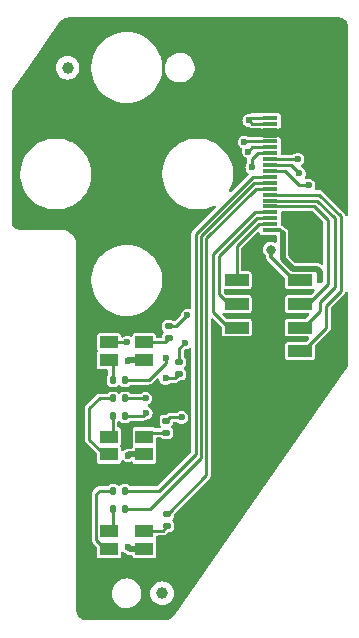
<source format=gbl>
%TF.GenerationSoftware,KiCad,Pcbnew,7.99.0-1.20230926git54171ec.fc37*%
%TF.CreationDate,2023-10-10T17:53:11+01:00*%
%TF.ProjectId,bugg-led-r5,62756767-2d6c-4656-942d-72352e6b6963,rev?*%
%TF.SameCoordinates,Original*%
%TF.FileFunction,Copper,L2,Bot*%
%TF.FilePolarity,Positive*%
%FSLAX46Y46*%
G04 Gerber Fmt 4.6, Leading zero omitted, Abs format (unit mm)*
G04 Created by KiCad (PCBNEW 7.99.0-1.20230926git54171ec.fc37) date 2023-10-10 17:53:11*
%MOMM*%
%LPD*%
G01*
G04 APERTURE LIST*
G04 Aperture macros list*
%AMRoundRect*
0 Rectangle with rounded corners*
0 $1 Rounding radius*
0 $2 $3 $4 $5 $6 $7 $8 $9 X,Y pos of 4 corners*
0 Add a 4 corners polygon primitive as box body*
4,1,4,$2,$3,$4,$5,$6,$7,$8,$9,$2,$3,0*
0 Add four circle primitives for the rounded corners*
1,1,$1+$1,$2,$3*
1,1,$1+$1,$4,$5*
1,1,$1+$1,$6,$7*
1,1,$1+$1,$8,$9*
0 Add four rect primitives between the rounded corners*
20,1,$1+$1,$2,$3,$4,$5,0*
20,1,$1+$1,$4,$5,$6,$7,0*
20,1,$1+$1,$6,$7,$8,$9,0*
20,1,$1+$1,$8,$9,$2,$3,0*%
G04 Aperture macros list end*
%TA.AperFunction,SMDPad,CuDef*%
%ADD10RoundRect,0.135000X0.135000X0.185000X-0.135000X0.185000X-0.135000X-0.185000X0.135000X-0.185000X0*%
%TD*%
%TA.AperFunction,SMDPad,CuDef*%
%ADD11C,1.000000*%
%TD*%
%TA.AperFunction,SMDPad,CuDef*%
%ADD12RoundRect,0.135000X-0.185000X0.135000X-0.185000X-0.135000X0.185000X-0.135000X0.185000X0.135000X0*%
%TD*%
%TA.AperFunction,SMDPad,CuDef*%
%ADD13R,1.500000X1.100000*%
%TD*%
%TA.AperFunction,SMDPad,CuDef*%
%ADD14R,2.000000X1.000000*%
%TD*%
%TA.AperFunction,SMDPad,CuDef*%
%ADD15R,1.300000X0.300000*%
%TD*%
%TA.AperFunction,SMDPad,CuDef*%
%ADD16R,2.200000X1.800000*%
%TD*%
%TA.AperFunction,ViaPad*%
%ADD17C,0.800000*%
%TD*%
%TA.AperFunction,ViaPad*%
%ADD18C,0.600000*%
%TD*%
%TA.AperFunction,Conductor*%
%ADD19C,0.300000*%
%TD*%
%TA.AperFunction,Conductor*%
%ADD20C,0.250000*%
%TD*%
%TA.AperFunction,Conductor*%
%ADD21C,0.500000*%
%TD*%
G04 APERTURE END LIST*
D10*
%TO.P,R206,1*%
%TO.N,/LED3_G*%
X-140000Y-28400000D03*
%TO.P,R206,2*%
%TO.N,Net-(LED203-GK)*%
X-1160000Y-28400000D03*
%TD*%
D11*
%TO.P,FID1,*%
%TO.N,*%
X-5000000Y9000000D03*
%TD*%
%TO.P,FID2,*%
%TO.N,*%
X3000000Y-35500000D03*
%TD*%
D12*
%TO.P,R203,1*%
%TO.N,/LED3_B*%
X3450000Y-28790000D03*
%TO.P,R203,2*%
%TO.N,Net-(LED203-BK)*%
X3450000Y-29810000D03*
%TD*%
D10*
%TO.P,R209,1*%
%TO.N,/LED3_R*%
X-140000Y-26800000D03*
%TO.P,R209,2*%
%TO.N,Net-(LED203-RK)*%
X-1160000Y-26800000D03*
%TD*%
D13*
%TO.P,LED203,1,RK*%
%TO.N,Net-(LED203-RK)*%
X-1500000Y-31750000D03*
%TO.P,LED203,2,A*%
%TO.N,+5V*%
X1500000Y-31750000D03*
%TO.P,LED203,3,BK*%
%TO.N,Net-(LED203-BK)*%
X1500000Y-30250000D03*
%TO.P,LED203,4,GK*%
%TO.N,Net-(LED203-GK)*%
X-1500000Y-30250000D03*
%TD*%
D14*
%TO.P,J201,1,Pin_1*%
%TO.N,/SHDNZ*%
X9325000Y-9000000D03*
%TO.P,J201,2,Pin_2*%
%TO.N,+3V3*%
X14675000Y-9000000D03*
%TO.P,J201,3,Pin_3*%
%TO.N,/SCL*%
X9325000Y-11000000D03*
%TO.P,J201,4,Pin_4*%
%TO.N,/FSYNC*%
X14675000Y-11000000D03*
%TO.P,J201,5,Pin_5*%
%TO.N,/SDA*%
X9325000Y-13000000D03*
%TO.P,J201,6,Pin_6*%
%TO.N,/BCLK*%
X14675000Y-13000000D03*
%TO.P,J201,7,Pin_7*%
%TO.N,GND*%
X9325000Y-15000000D03*
%TO.P,J201,8,Pin_8*%
%TO.N,/SDOUT*%
X14675000Y-15000000D03*
%TD*%
D12*
%TO.P,R201,1*%
%TO.N,/LED1_B*%
X3550000Y-12890000D03*
%TO.P,R201,2*%
%TO.N,Net-(LED201-BK)*%
X3550000Y-13910000D03*
%TD*%
D13*
%TO.P,LED202,1,RK*%
%TO.N,Net-(LED202-RK)*%
X-1500000Y-23750000D03*
%TO.P,LED202,2,A*%
%TO.N,+5V*%
X1500000Y-23750000D03*
%TO.P,LED202,3,BK*%
%TO.N,Net-(LED202-BK)*%
X1500000Y-22250000D03*
%TO.P,LED202,4,GK*%
%TO.N,Net-(LED202-GK)*%
X-1500000Y-22250000D03*
%TD*%
D10*
%TO.P,R205,1*%
%TO.N,/LED2_G*%
X-140000Y-20500000D03*
%TO.P,R205,2*%
%TO.N,Net-(LED202-GK)*%
X-1160000Y-20500000D03*
%TD*%
D12*
%TO.P,R202,1*%
%TO.N,/LED2_B*%
X3350000Y-20890000D03*
%TO.P,R202,2*%
%TO.N,Net-(LED202-BK)*%
X3350000Y-21910000D03*
%TD*%
D13*
%TO.P,LED201,1,RK*%
%TO.N,Net-(LED201-RK)*%
X-1500000Y-15750000D03*
%TO.P,LED201,2,A*%
%TO.N,+5V*%
X1500000Y-15750000D03*
%TO.P,LED201,3,BK*%
%TO.N,Net-(LED201-BK)*%
X1500000Y-14250000D03*
%TO.P,LED201,4,GK*%
%TO.N,Net-(LED201-GK)*%
X-1500000Y-14250000D03*
%TD*%
D10*
%TO.P,R208,1*%
%TO.N,/LED2_R*%
X-140000Y-19000000D03*
%TO.P,R208,2*%
%TO.N,Net-(LED202-RK)*%
X-1160000Y-19000000D03*
%TD*%
D12*
%TO.P,R204,1*%
%TO.N,/LED1_G*%
X4450000Y-15940000D03*
%TO.P,R204,2*%
%TO.N,Net-(LED201-GK)*%
X4450000Y-16960000D03*
%TD*%
D10*
%TO.P,R207,1*%
%TO.N,/LED1_R*%
X-140000Y-17450000D03*
%TO.P,R207,2*%
%TO.N,Net-(LED201-RK)*%
X-1160000Y-17450000D03*
%TD*%
D15*
%TO.P,J202,1,Pin_1*%
%TO.N,+3V3*%
X12150000Y4750000D03*
%TO.P,J202,2,Pin_2*%
X12150000Y4250000D03*
%TO.P,J202,3,Pin_3*%
%TO.N,GND*%
X12150000Y3750000D03*
%TO.P,J202,4,Pin_4*%
X12150000Y3250000D03*
%TO.P,J202,5,Pin_5*%
%TO.N,/LED1_R*%
X12150000Y2750000D03*
%TO.P,J202,6,Pin_6*%
%TO.N,/LED1_G*%
X12150000Y2250000D03*
%TO.P,J202,7,Pin_7*%
%TO.N,/LED1_B*%
X12150000Y1750000D03*
%TO.P,J202,8,Pin_8*%
%TO.N,/LED2_R*%
X12150000Y1250000D03*
%TO.P,J202,9,Pin_9*%
%TO.N,/LED2_G*%
X12150000Y750000D03*
%TO.P,J202,10,Pin_10*%
%TO.N,/LED2_B*%
X12150000Y250000D03*
%TO.P,J202,11,Pin_11*%
%TO.N,/LED3_R*%
X12150000Y-250000D03*
%TO.P,J202,12,Pin_12*%
%TO.N,/LED3_G*%
X12150000Y-750000D03*
%TO.P,J202,13,Pin_13*%
%TO.N,/LED3_B*%
X12150000Y-1250000D03*
%TO.P,J202,14,Pin_14*%
%TO.N,/SDOUT*%
X12150000Y-1750000D03*
%TO.P,J202,15,Pin_15*%
%TO.N,/BCLK*%
X12150000Y-2250000D03*
%TO.P,J202,16,Pin_16*%
%TO.N,/FSYNC*%
X12150000Y-2750000D03*
%TO.P,J202,17,Pin_17*%
%TO.N,/SDA*%
X12150000Y-3250000D03*
%TO.P,J202,18,Pin_18*%
%TO.N,/SCL*%
X12150000Y-3750000D03*
%TO.P,J202,19,Pin_19*%
%TO.N,/SHDNZ*%
X12150000Y-4250000D03*
%TO.P,J202,20,Pin_20*%
%TO.N,+5V*%
X12150000Y-4750000D03*
D16*
%TO.P,J202,MP,MountPin*%
%TO.N,GND*%
X15400000Y6650000D03*
X15400000Y-6650000D03*
%TD*%
D17*
%TO.N,GND*%
X9525000Y3775000D03*
X4161979Y-6418135D03*
X3775000Y-23525000D03*
X16200000Y-5100000D03*
X17850000Y-14775000D03*
X8675000Y-23925000D03*
X16200000Y-4300000D03*
X13900000Y3525000D03*
X8925000Y-16175000D03*
D18*
%TO.N,+3V3*%
X10350000Y4550000D03*
D17*
X12200000Y-6400000D03*
D18*
%TO.N,Net-(LED201-GK)*%
X50000Y-14250000D03*
X3300000Y-17300000D03*
%TO.N,/LED1_B*%
X10600000Y550000D03*
X5125010Y-11974398D03*
%TO.N,/LED1_G*%
X4900000Y-14300000D03*
X10300000Y1900000D03*
%TO.N,/LED1_R*%
X9950000Y2700000D03*
X3300000Y-15600000D03*
%TO.N,/LED2_B*%
X15425010Y-950000D03*
X4650000Y-20600000D03*
%TO.N,/LED2_G*%
X14625010Y50000D03*
X1650000Y-20250000D03*
%TO.N,/LED2_R*%
X14500000Y1250000D03*
X1600000Y-19000000D03*
%TO.N,+5V*%
X100000Y-23850000D03*
X100000Y-15800000D03*
X100000Y-31600000D03*
X16400000Y-9000000D03*
%TD*%
D19*
%TO.N,+3V3*%
X14675000Y-9000000D02*
X14150000Y-9000000D01*
X12200000Y-7050000D02*
X12200000Y-6400000D01*
D20*
X10649999Y4250001D02*
X10350000Y4550000D01*
D19*
X14150000Y-9000000D02*
X12200000Y-7050000D01*
D20*
X12150000Y4750000D02*
X10550000Y4750000D01*
X11000000Y4250000D02*
X10649999Y4250001D01*
X10550000Y4750000D02*
X10350000Y4550000D01*
X12150000Y4250000D02*
X11000000Y4250000D01*
%TO.N,/SHDNZ*%
X11172820Y-4250000D02*
X12150000Y-4250000D01*
X9325000Y-9000000D02*
X9325000Y-6097820D01*
X9325000Y-6097820D02*
X11172820Y-4250000D01*
%TO.N,/SDOUT*%
X16300000Y-1750000D02*
X12150000Y-1750000D01*
X14934120Y-15000000D02*
X16900000Y-13034120D01*
X18150000Y-9900000D02*
X18150000Y-3600000D01*
X16900000Y-11150000D02*
X18150000Y-9900000D01*
X16900000Y-13034120D02*
X16900000Y-11150000D01*
X18150000Y-3600000D02*
X16300000Y-1750000D01*
X14675000Y-15000000D02*
X14934120Y-15000000D01*
%TO.N,/SCL*%
X7824990Y-6961420D02*
X11036410Y-3750000D01*
X7824990Y-10174990D02*
X7824990Y-6961420D01*
X9325000Y-11000000D02*
X8650000Y-11000000D01*
X8650000Y-11000000D02*
X7824990Y-10174990D01*
X11036410Y-3750000D02*
X12150000Y-3750000D01*
%TO.N,/BCLK*%
X16350000Y-11584120D02*
X16350000Y-10850000D01*
X14675000Y-13000000D02*
X14934120Y-13000000D01*
X16100000Y-2250000D02*
X12150000Y-2250000D01*
X17600000Y-9600000D02*
X17600000Y-3750000D01*
X14934120Y-13000000D02*
X16350000Y-11584120D01*
X16350000Y-10850000D02*
X17600000Y-9600000D01*
X17600000Y-3750000D02*
X16100000Y-2250000D01*
%TO.N,/SDA*%
X10900000Y-3250000D02*
X12150000Y-3250000D01*
X7350022Y-11700022D02*
X7350022Y-6799978D01*
X8650000Y-13000000D02*
X7350022Y-11700022D01*
X7350022Y-6799978D02*
X10900000Y-3250000D01*
X9325000Y-13000000D02*
X8650000Y-13000000D01*
%TO.N,/FSYNC*%
X15862500Y-2750000D02*
X12150000Y-2750000D01*
X15350000Y-11000000D02*
X17025001Y-9324999D01*
X17025001Y-3912501D02*
X15862500Y-2750000D01*
X14675000Y-11000000D02*
X15350000Y-11000000D01*
X17025001Y-9324999D02*
X17025001Y-3912501D01*
%TO.N,Net-(LED201-RK)*%
X-1160000Y-17450000D02*
X-1200000Y-17410000D01*
X-1200000Y-17410000D02*
X-1200000Y-16050000D01*
X-1200000Y-16050000D02*
X-1500000Y-15750000D01*
%TO.N,Net-(LED201-BK)*%
X1500000Y-14250000D02*
X3210000Y-14250000D01*
X3210000Y-14250000D02*
X3550000Y-13910000D01*
%TO.N,Net-(LED201-GK)*%
X-1500000Y-14250000D02*
X50000Y-14250000D01*
X3300000Y-17300000D02*
X4110000Y-17300000D01*
X4110000Y-17300000D02*
X4450000Y-16960000D01*
%TO.N,Net-(LED202-RK)*%
X-1160000Y-19000000D02*
X-2300000Y-19000000D01*
X-3150000Y-22485002D02*
X-1885002Y-23750000D01*
X-1885002Y-23750000D02*
X-1500000Y-23750000D01*
X-3150000Y-19850000D02*
X-3150000Y-22485002D01*
X-2300000Y-19000000D02*
X-3150000Y-19850000D01*
%TO.N,Net-(LED202-BK)*%
X3350000Y-21910000D02*
X1840000Y-21910000D01*
X1840000Y-21910000D02*
X1500000Y-22250000D01*
%TO.N,Net-(LED202-GK)*%
X-1200000Y-20540000D02*
X-1200000Y-21950000D01*
X-1160000Y-20500000D02*
X-1200000Y-20540000D01*
X-1200000Y-21950000D02*
X-1500000Y-22250000D01*
%TO.N,Net-(LED203-RK)*%
X-1500000Y-31750000D02*
X-1800000Y-31750000D01*
X-2575001Y-30974999D02*
X-2575001Y-27075001D01*
X-2300000Y-26800000D02*
X-1160000Y-26800000D01*
X-1800000Y-31750000D02*
X-2575001Y-30974999D01*
X-2575001Y-27075001D02*
X-2300000Y-26800000D01*
%TO.N,Net-(LED203-BK)*%
X3450000Y-29810000D02*
X3035000Y-30225000D01*
X1525000Y-30225000D02*
X1500000Y-30250000D01*
X3035000Y-30225000D02*
X1525000Y-30225000D01*
%TO.N,Net-(LED203-GK)*%
X-1160000Y-28400000D02*
X-1160000Y-29910000D01*
X-1160000Y-29910000D02*
X-1500000Y-30250000D01*
%TO.N,/LED1_B*%
X10600000Y1250000D02*
X11100000Y1750000D01*
X10600000Y550000D02*
X10600000Y1250000D01*
X4209408Y-12890000D02*
X5125010Y-11974398D01*
X11100000Y1750000D02*
X12150000Y1750000D01*
X3550000Y-12890000D02*
X4209408Y-12890000D01*
%TO.N,/LED1_G*%
X4450000Y-14750000D02*
X4900000Y-14300000D01*
X4450000Y-15940000D02*
X4450000Y-14750000D01*
X10300000Y1900000D02*
X10650000Y2250000D01*
X10650000Y2250000D02*
X12150000Y2250000D01*
%TO.N,/LED1_R*%
X3300000Y-16024264D02*
X3300000Y-15600000D01*
X10000000Y2750000D02*
X12150000Y2750000D01*
X-140000Y-17450000D02*
X1874264Y-17450000D01*
X1874264Y-17450000D02*
X3300000Y-16024264D01*
X9950000Y2700000D02*
X10000000Y2750000D01*
%TO.N,/LED2_B*%
X12150000Y250000D02*
X13424998Y250000D01*
X3350000Y-20890000D02*
X3640000Y-20600000D01*
X14624998Y-950000D02*
X15425010Y-950000D01*
X3640000Y-20600000D02*
X4650000Y-20600000D01*
X13424998Y250000D02*
X14624998Y-950000D01*
%TO.N,/LED3_B*%
X10950000Y-1250000D02*
X12150000Y-1250000D01*
X6750000Y-5450000D02*
X10950000Y-1250000D01*
X3485000Y-28790000D02*
X6750000Y-25525000D01*
X6750000Y-25525000D02*
X6750000Y-5450000D01*
X3450000Y-28790000D02*
X3485000Y-28790000D01*
%TO.N,/LED2_G*%
X12150000Y750000D02*
X13925010Y750000D01*
X-140000Y-20500000D02*
X1400000Y-20500000D01*
X1400000Y-20500000D02*
X1650000Y-20250000D01*
X13925010Y750000D02*
X14625010Y50000D01*
%TO.N,/LED3_G*%
X6299989Y-24050011D02*
X6299989Y-5263600D01*
X10813589Y-750000D02*
X12150000Y-750000D01*
X1950000Y-28400000D02*
X6299989Y-24050011D01*
X-140000Y-28400000D02*
X1950000Y-28400000D01*
X6299989Y-5263600D02*
X10813589Y-750000D01*
%TO.N,/LED2_R*%
X14500000Y1250000D02*
X12150000Y1250000D01*
X-140000Y-19000000D02*
X1600000Y-19000000D01*
%TO.N,/LED3_R*%
X10677178Y-250000D02*
X12150000Y-250000D01*
X5849978Y-23700022D02*
X5849978Y-5077200D01*
X5849978Y-5077200D02*
X10677178Y-250000D01*
X2750000Y-26800000D02*
X5849978Y-23700022D01*
X-140000Y-26800000D02*
X2750000Y-26800000D01*
D19*
%TO.N,+5V*%
X12950000Y-4750000D02*
X13200000Y-5000000D01*
D21*
X200000Y-23750000D02*
X100000Y-23850000D01*
X250000Y-31750000D02*
X100000Y-31600000D01*
D19*
X12150000Y-4750000D02*
X12950000Y-4750000D01*
D21*
X1500000Y-15750000D02*
X150000Y-15750000D01*
X1500000Y-31750000D02*
X250000Y-31750000D01*
X16120020Y-8050000D02*
X16400000Y-8329980D01*
X13200000Y-5000000D02*
X13200000Y-7170020D01*
X1500000Y-23750000D02*
X200000Y-23750000D01*
X16400000Y-8329980D02*
X16400000Y-9000000D01*
X13200000Y-7170020D02*
X14079980Y-8050000D01*
X14079980Y-8050000D02*
X16120020Y-8050000D01*
X150000Y-15750000D02*
X100000Y-15800000D01*
%TD*%
%TA.AperFunction,Conductor*%
%TO.N,GND*%
G36*
X17945275Y13249408D02*
G01*
X17955567Y13249425D01*
X17955568Y13249425D01*
X17957237Y13249427D01*
X17996637Y13249493D01*
X18002825Y13249199D01*
X18133659Y13236513D01*
X18157932Y13231719D01*
X18274838Y13196407D01*
X18297706Y13186962D01*
X18405451Y13129489D01*
X18426034Y13115756D01*
X18520474Y13038332D01*
X18537976Y13020842D01*
X18615463Y12926457D01*
X18629209Y12905885D01*
X18686759Y12798175D01*
X18696219Y12775314D01*
X18731611Y12658436D01*
X18736423Y12634164D01*
X18749198Y12503333D01*
X18749496Y12497145D01*
X18749445Y12445559D01*
X18749500Y12444928D01*
X18749500Y-3421265D01*
X18729498Y-3489386D01*
X18675842Y-3535879D01*
X18605568Y-3545983D01*
X18540988Y-3516489D01*
X18512686Y-3481234D01*
X18483944Y-3428122D01*
X18480592Y-3421265D01*
X18459826Y-3378789D01*
X18459824Y-3378787D01*
X18459824Y-3378786D01*
X18455248Y-3372377D01*
X18450422Y-3366177D01*
X18410029Y-3328992D01*
X16602296Y-1521258D01*
X16585909Y-1501080D01*
X16580083Y-1492163D01*
X16575946Y-1488943D01*
X16552111Y-1470392D01*
X16546268Y-1465230D01*
X16543518Y-1462480D01*
X16543516Y-1462478D01*
X16524504Y-1448905D01*
X16481189Y-1415191D01*
X16481186Y-1415190D01*
X16481184Y-1415188D01*
X16474277Y-1411450D01*
X16467200Y-1407990D01*
X16414596Y-1392329D01*
X16403384Y-1388480D01*
X16362660Y-1374500D01*
X16362659Y-1374500D01*
X16362656Y-1374499D01*
X16354914Y-1373207D01*
X16347087Y-1372231D01*
X16292244Y-1374500D01*
X16033606Y-1374500D01*
X15965485Y-1354498D01*
X15918992Y-1300842D01*
X15908888Y-1230568D01*
X15917197Y-1200283D01*
X15935983Y-1154926D01*
X15961340Y-1093709D01*
X15980260Y-950000D01*
X15961340Y-806291D01*
X15940849Y-756821D01*
X15905872Y-672375D01*
X15817631Y-557378D01*
X15702634Y-469137D01*
X15568719Y-413670D01*
X15425010Y-394750D01*
X15281302Y-413669D01*
X15249301Y-426924D01*
X15178711Y-434510D01*
X15115225Y-402729D01*
X15079000Y-341669D01*
X15081536Y-270718D01*
X15101125Y-233809D01*
X15105871Y-227625D01*
X15161340Y-93709D01*
X15180260Y50000D01*
X15161340Y193709D01*
X15126361Y278155D01*
X15105872Y327624D01*
X15017631Y442621D01*
X14902635Y530861D01*
X14821407Y564506D01*
X14766128Y609052D01*
X14743706Y676415D01*
X14761263Y745206D01*
X14792922Y780876D01*
X14892621Y857378D01*
X14980862Y972375D01*
X15031430Y1094462D01*
X15036330Y1106291D01*
X15055250Y1250000D01*
X15036330Y1393709D01*
X14991144Y1502800D01*
X14980862Y1527624D01*
X14892621Y1642621D01*
X14777624Y1730862D01*
X14716233Y1756290D01*
X14643709Y1786330D01*
X14500000Y1805250D01*
X14356291Y1786330D01*
X14306821Y1765839D01*
X14222375Y1730862D01*
X14118999Y1651538D01*
X14052779Y1625937D01*
X14042295Y1625500D01*
X13176500Y1625500D01*
X13108379Y1645502D01*
X13061886Y1699158D01*
X13050500Y1751500D01*
X13050500Y1924674D01*
X13040406Y1975417D01*
X13040406Y2024583D01*
X13044210Y2043707D01*
X13050500Y2075326D01*
X13050500Y2424674D01*
X13040406Y2475419D01*
X13040406Y2524583D01*
X13046713Y2556290D01*
X13050500Y2575326D01*
X13050500Y2924674D01*
X13035966Y2997740D01*
X12980601Y3080601D01*
X12897740Y3135966D01*
X12824674Y3150500D01*
X11475326Y3150500D01*
X11450200Y3145502D01*
X11402260Y3135966D01*
X11400150Y3135092D01*
X11351930Y3125500D01*
X10342544Y3125500D01*
X10274423Y3145502D01*
X10265840Y3151538D01*
X10227624Y3180862D01*
X10178155Y3201351D01*
X10093709Y3236330D01*
X9950000Y3255250D01*
X9806291Y3236330D01*
X9756821Y3215839D01*
X9672375Y3180862D01*
X9557378Y3092621D01*
X9469137Y2977624D01*
X9413670Y2843709D01*
X9394750Y2700000D01*
X9394750Y2699999D01*
X9413670Y2556290D01*
X9469137Y2422375D01*
X9557378Y2307378D01*
X9672374Y2219138D01*
X9695915Y2209388D01*
X9751196Y2164840D01*
X9773617Y2097476D01*
X9765376Y2051800D01*
X9765807Y2051685D01*
X9764426Y2046531D01*
X9764107Y2044763D01*
X9763669Y2043707D01*
X9744750Y1900000D01*
X9744750Y1899999D01*
X9763670Y1756290D01*
X9819137Y1622375D01*
X9907378Y1507378D01*
X10022376Y1419137D01*
X10146229Y1367837D01*
X10201511Y1323289D01*
X10223904Y1256640D01*
X10224500Y1242247D01*
X10224500Y1007704D01*
X10204498Y939583D01*
X10198472Y931013D01*
X10119139Y827625D01*
X10119136Y827621D01*
X10063670Y693709D01*
X10044750Y550000D01*
X10044750Y549999D01*
X10063670Y406290D01*
X10119137Y272375D01*
X10207376Y157381D01*
X10207379Y157379D01*
X10289251Y94555D01*
X10331116Y37221D01*
X10335338Y-33650D01*
X10301640Y-94499D01*
X8862015Y-1534124D01*
X8799703Y-1568150D01*
X8728888Y-1563085D01*
X8672052Y-1520538D01*
X8647241Y-1454018D01*
X8660321Y-1388483D01*
X8759777Y-1190451D01*
X8879319Y-862011D01*
X8959923Y-521914D01*
X8994321Y-227620D01*
X9000500Y-174761D01*
X9000500Y174761D01*
X8982632Y327625D01*
X8959923Y521914D01*
X8879319Y862011D01*
X8759777Y1190451D01*
X8602913Y1502793D01*
X8410849Y1794811D01*
X8186183Y2062558D01*
X7931953Y2302412D01*
X7651596Y2511130D01*
X7348904Y2685889D01*
X7027971Y2824326D01*
X6693136Y2924569D01*
X6348927Y2985262D01*
X6087305Y3000500D01*
X5912695Y3000500D01*
X5651073Y2985262D01*
X5306864Y2924569D01*
X4972029Y2824326D01*
X4715282Y2713576D01*
X4683807Y2699999D01*
X4651096Y2685889D01*
X4348404Y2511130D01*
X4068047Y2302412D01*
X3827351Y2075326D01*
X3813813Y2062554D01*
X3759428Y1997740D01*
X3597911Y1805250D01*
X3589147Y1794806D01*
X3397091Y1502800D01*
X3397089Y1502796D01*
X3397087Y1502793D01*
X3240223Y1190451D01*
X3240221Y1190447D01*
X3240221Y1190446D01*
X3240219Y1190441D01*
X3120683Y862019D01*
X3120681Y862012D01*
X3120681Y862011D01*
X3101452Y780876D01*
X3040078Y521919D01*
X3040076Y521909D01*
X2999500Y174761D01*
X2999500Y-174761D01*
X3040076Y-521909D01*
X3040078Y-521919D01*
X3120681Y-862010D01*
X3120683Y-862019D01*
X3228923Y-1159405D01*
X3240223Y-1190451D01*
X3391749Y-1492164D01*
X3397091Y-1502800D01*
X3589147Y-1794806D01*
X3813813Y-2062554D01*
X3813816Y-2062556D01*
X3813817Y-2062558D01*
X4068047Y-2302412D01*
X4348404Y-2511130D01*
X4371702Y-2524581D01*
X4651093Y-2685887D01*
X4651098Y-2685890D01*
X4715282Y-2713576D01*
X4972029Y-2824326D01*
X5306864Y-2924569D01*
X5651073Y-2985262D01*
X5912695Y-3000500D01*
X5912701Y-3000500D01*
X6087299Y-3000500D01*
X6087305Y-3000500D01*
X6348927Y-2985262D01*
X6693136Y-2924569D01*
X7027971Y-2824326D01*
X7348904Y-2685889D01*
X7375020Y-2670810D01*
X7444010Y-2654073D01*
X7511103Y-2677292D01*
X7554991Y-2733098D01*
X7561742Y-2803773D01*
X7529211Y-2866878D01*
X7527113Y-2869025D01*
X5621233Y-4774905D01*
X5601058Y-4791290D01*
X5592144Y-4797114D01*
X5592143Y-4797115D01*
X5570381Y-4825072D01*
X5565222Y-4830916D01*
X5562459Y-4833679D01*
X5548882Y-4852696D01*
X5515168Y-4896010D01*
X5511426Y-4902926D01*
X5507967Y-4910001D01*
X5492307Y-4962603D01*
X5474477Y-5014541D01*
X5473187Y-5022273D01*
X5472209Y-5030115D01*
X5474478Y-5084955D01*
X5474478Y-11334723D01*
X5454476Y-11402844D01*
X5400820Y-11449337D01*
X5330546Y-11459441D01*
X5300263Y-11451133D01*
X5268719Y-11438068D01*
X5125010Y-11419148D01*
X4981300Y-11438068D01*
X4847385Y-11493535D01*
X4732388Y-11581776D01*
X4644147Y-11696773D01*
X4588680Y-11830688D01*
X4571671Y-11959876D01*
X4542948Y-12024803D01*
X4535844Y-12032523D01*
X4135868Y-12432499D01*
X4073556Y-12466525D01*
X4002741Y-12461460D01*
X3971667Y-12441489D01*
X3970597Y-12442989D01*
X3962101Y-12436923D01*
X3846519Y-12380418D01*
X3771583Y-12369500D01*
X3771582Y-12369500D01*
X3328418Y-12369500D01*
X3328416Y-12369500D01*
X3253481Y-12380418D01*
X3253479Y-12380418D01*
X3137898Y-12436923D01*
X3137896Y-12436924D01*
X3046924Y-12527896D01*
X3046923Y-12527898D01*
X2990418Y-12643479D01*
X2990418Y-12643481D01*
X2979500Y-12718416D01*
X2979500Y-13061583D01*
X2990418Y-13136518D01*
X2990418Y-13136520D01*
X3046923Y-13252101D01*
X3046924Y-13252103D01*
X3105726Y-13310905D01*
X3139752Y-13373217D01*
X3134687Y-13444032D01*
X3105726Y-13489095D01*
X3046924Y-13547896D01*
X3046923Y-13547898D01*
X2990418Y-13663479D01*
X2990418Y-13663481D01*
X2979500Y-13738416D01*
X2979500Y-13748500D01*
X2959498Y-13816621D01*
X2905842Y-13863114D01*
X2853500Y-13874500D01*
X2626500Y-13874500D01*
X2558379Y-13854498D01*
X2511886Y-13800842D01*
X2500500Y-13748500D01*
X2500500Y-13675325D01*
X2500499Y-13675322D01*
X2485966Y-13602260D01*
X2482945Y-13597739D01*
X2430601Y-13519399D01*
X2347740Y-13464034D01*
X2347739Y-13464033D01*
X2274677Y-13449500D01*
X2274674Y-13449500D01*
X725326Y-13449500D01*
X725322Y-13449500D01*
X652260Y-13464033D01*
X569399Y-13519399D01*
X514033Y-13602260D01*
X499128Y-13677191D01*
X466219Y-13740101D01*
X404523Y-13775231D01*
X333629Y-13771430D01*
X327332Y-13769017D01*
X193709Y-13713670D01*
X50000Y-13694750D01*
X-93709Y-13713670D01*
X-227621Y-13769136D01*
X-296796Y-13822216D01*
X-363017Y-13847816D01*
X-432565Y-13833551D01*
X-483361Y-13783950D01*
X-499500Y-13722253D01*
X-499500Y-13675322D01*
X-514033Y-13602260D01*
X-569399Y-13519399D01*
X-652260Y-13464033D01*
X-725322Y-13449500D01*
X-725326Y-13449500D01*
X-2274674Y-13449500D01*
X-2274677Y-13449500D01*
X-2347739Y-13464033D01*
X-2347740Y-13464034D01*
X-2430601Y-13519399D01*
X-2485966Y-13602260D01*
X-2500500Y-13675326D01*
X-2500500Y-14824674D01*
X-2485966Y-14897740D01*
X-2479487Y-14907436D01*
X-2464412Y-14929998D01*
X-2443197Y-14997751D01*
X-2461980Y-15066218D01*
X-2464405Y-15069991D01*
X-2485966Y-15102260D01*
X-2500500Y-15175326D01*
X-2500500Y-16324674D01*
X-2485966Y-16397740D01*
X-2430601Y-16480601D01*
X-2347740Y-16535966D01*
X-2274674Y-16550500D01*
X-1701500Y-16550500D01*
X-1633379Y-16570502D01*
X-1586886Y-16624158D01*
X-1575500Y-16676500D01*
X-1575500Y-16948131D01*
X-1595502Y-17016252D01*
X-1612405Y-17037226D01*
X-1613075Y-17037896D01*
X-1613076Y-17037898D01*
X-1658876Y-17131583D01*
X-1669582Y-17153482D01*
X-1680500Y-17228418D01*
X-1680500Y-17671582D01*
X-1669582Y-17746518D01*
X-1613076Y-17862102D01*
X-1522102Y-17953076D01*
X-1406518Y-18009582D01*
X-1331582Y-18020500D01*
X-1331576Y-18020500D01*
X-988424Y-18020500D01*
X-988418Y-18020500D01*
X-913482Y-18009582D01*
X-913480Y-18009581D01*
X-913479Y-18009581D01*
X-797898Y-17953076D01*
X-797896Y-17953075D01*
X-739095Y-17894274D01*
X-676783Y-17860248D01*
X-605968Y-17865313D01*
X-560905Y-17894274D01*
X-502103Y-17953075D01*
X-502102Y-17953076D01*
X-386518Y-18009582D01*
X-311582Y-18020500D01*
X-311576Y-18020500D01*
X31576Y-18020500D01*
X31582Y-18020500D01*
X106518Y-18009582D01*
X222102Y-17953076D01*
X222103Y-17953075D01*
X312774Y-17862405D01*
X375086Y-17828379D01*
X401869Y-17825500D01*
X1822253Y-17825500D01*
X1848111Y-17828181D01*
X1858532Y-17830367D01*
X1893700Y-17825983D01*
X1901490Y-17825500D01*
X1905371Y-17825500D01*
X1905378Y-17825500D01*
X1928404Y-17821657D01*
X1982890Y-17814866D01*
X1982891Y-17814865D01*
X1982894Y-17814865D01*
X1990400Y-17812630D01*
X1997868Y-17810065D01*
X1997874Y-17810065D01*
X2046141Y-17783944D01*
X2095475Y-17759826D01*
X2095478Y-17759823D01*
X2101867Y-17755261D01*
X2108083Y-17750422D01*
X2108090Y-17750419D01*
X2145272Y-17710028D01*
X2542045Y-17313254D01*
X2604354Y-17279232D01*
X2675169Y-17284296D01*
X2732005Y-17326843D01*
X2756059Y-17385904D01*
X2763670Y-17443709D01*
X2819137Y-17577624D01*
X2907378Y-17692621D01*
X3022375Y-17780862D01*
X3106821Y-17815839D01*
X3156291Y-17836330D01*
X3300000Y-17855250D01*
X3443709Y-17836330D01*
X3528155Y-17801351D01*
X3577624Y-17780862D01*
X3681001Y-17701538D01*
X3747221Y-17675937D01*
X3757705Y-17675500D01*
X4057989Y-17675500D01*
X4083847Y-17678181D01*
X4094268Y-17680367D01*
X4129436Y-17675983D01*
X4137226Y-17675500D01*
X4141107Y-17675500D01*
X4141114Y-17675500D01*
X4164140Y-17671657D01*
X4218626Y-17664866D01*
X4218627Y-17664865D01*
X4218630Y-17664865D01*
X4226136Y-17662630D01*
X4233604Y-17660065D01*
X4233610Y-17660065D01*
X4281877Y-17633944D01*
X4331211Y-17609826D01*
X4331214Y-17609823D01*
X4337603Y-17605261D01*
X4343822Y-17600420D01*
X4343826Y-17600419D01*
X4381008Y-17560028D01*
X4423634Y-17517403D01*
X4485946Y-17483379D01*
X4512728Y-17480500D01*
X4671576Y-17480500D01*
X4671582Y-17480500D01*
X4746518Y-17469582D01*
X4862102Y-17413076D01*
X4953076Y-17322102D01*
X5009582Y-17206518D01*
X5020500Y-17131582D01*
X5020500Y-16788418D01*
X5009582Y-16713482D01*
X4991502Y-16676500D01*
X4953076Y-16597898D01*
X4953075Y-16597896D01*
X4894274Y-16539095D01*
X4860248Y-16476783D01*
X4865313Y-16405968D01*
X4894274Y-16360905D01*
X4953075Y-16302103D01*
X4953076Y-16302102D01*
X5009582Y-16186518D01*
X5020500Y-16111582D01*
X5020500Y-15768418D01*
X5009582Y-15693482D01*
X5003284Y-15680600D01*
X4953076Y-15577898D01*
X4953075Y-15577896D01*
X4862405Y-15487226D01*
X4828379Y-15424914D01*
X4825500Y-15398131D01*
X4825500Y-14975557D01*
X4845502Y-14907436D01*
X4899158Y-14860943D01*
X4935052Y-14850635D01*
X5043709Y-14836330D01*
X5128155Y-14801351D01*
X5177624Y-14780862D01*
X5271774Y-14708618D01*
X5337994Y-14683017D01*
X5407543Y-14697282D01*
X5458339Y-14746883D01*
X5474478Y-14808580D01*
X5474478Y-23492294D01*
X5454476Y-23560415D01*
X5437573Y-23581389D01*
X2631367Y-26387595D01*
X2569055Y-26421621D01*
X2542272Y-26424500D01*
X401869Y-26424500D01*
X333748Y-26404498D01*
X312774Y-26387595D01*
X222103Y-26296924D01*
X222101Y-26296923D01*
X106519Y-26240418D01*
X31583Y-26229500D01*
X31582Y-26229500D01*
X-311582Y-26229500D01*
X-311583Y-26229500D01*
X-386518Y-26240418D01*
X-386520Y-26240418D01*
X-502101Y-26296923D01*
X-502103Y-26296924D01*
X-560905Y-26355726D01*
X-623217Y-26389752D01*
X-694032Y-26384687D01*
X-739095Y-26355726D01*
X-797896Y-26296924D01*
X-797898Y-26296923D01*
X-913480Y-26240418D01*
X-988416Y-26229500D01*
X-988418Y-26229500D01*
X-1331582Y-26229500D01*
X-1331583Y-26229500D01*
X-1406518Y-26240418D01*
X-1406520Y-26240418D01*
X-1522101Y-26296923D01*
X-1522103Y-26296924D01*
X-1612774Y-26387595D01*
X-1675086Y-26421621D01*
X-1701869Y-26424500D01*
X-2247989Y-26424500D01*
X-2273848Y-26421818D01*
X-2284269Y-26419632D01*
X-2306792Y-26422440D01*
X-2319436Y-26424016D01*
X-2327226Y-26424500D01*
X-2331114Y-26424500D01*
X-2354140Y-26428342D01*
X-2408620Y-26435132D01*
X-2416180Y-26437383D01*
X-2423608Y-26439933D01*
X-2471877Y-26466055D01*
X-2521212Y-26490174D01*
X-2527627Y-26494755D01*
X-2533822Y-26499576D01*
X-2571006Y-26539969D01*
X-2803744Y-26772706D01*
X-2823922Y-26789092D01*
X-2832837Y-26794916D01*
X-2854601Y-26822879D01*
X-2859764Y-26828726D01*
X-2862521Y-26831483D01*
X-2876095Y-26850496D01*
X-2909810Y-26893812D01*
X-2909811Y-26893816D01*
X-2913560Y-26900743D01*
X-2917008Y-26907796D01*
X-2917008Y-26907799D01*
X-2917011Y-26907802D01*
X-2932671Y-26960404D01*
X-2950501Y-27012341D01*
X-2950501Y-27012343D01*
X-2951791Y-27020070D01*
X-2952769Y-27027916D01*
X-2950501Y-27082756D01*
X-2950501Y-30922988D01*
X-2953183Y-30948845D01*
X-2955368Y-30959267D01*
X-2950984Y-30994435D01*
X-2950501Y-31002224D01*
X-2950501Y-31006113D01*
X-2946658Y-31029139D01*
X-2939867Y-31083625D01*
X-2939866Y-31083626D01*
X-2939866Y-31083629D01*
X-2937631Y-31091135D01*
X-2935066Y-31098603D01*
X-2935066Y-31098609D01*
X-2908945Y-31146876D01*
X-2884827Y-31196210D01*
X-2884824Y-31196212D01*
X-2884824Y-31196213D01*
X-2880262Y-31202602D01*
X-2875423Y-31208818D01*
X-2875420Y-31208825D01*
X-2835030Y-31246006D01*
X-2537402Y-31543633D01*
X-2503379Y-31605944D01*
X-2500500Y-31632727D01*
X-2500500Y-32324674D01*
X-2485966Y-32397740D01*
X-2430601Y-32480601D01*
X-2347740Y-32535966D01*
X-2274674Y-32550500D01*
X-725326Y-32550500D01*
X-652260Y-32535966D01*
X-569399Y-32480601D01*
X-514034Y-32397740D01*
X-514033Y-32397739D01*
X-499500Y-32324677D01*
X-499500Y-32089379D01*
X-479498Y-32021258D01*
X-425842Y-31974765D01*
X-355568Y-31964661D01*
X-296795Y-31989417D01*
X-292623Y-31992618D01*
X-292621Y-31992621D01*
X-177625Y-32080861D01*
X-113684Y-32107344D01*
X-82337Y-32126708D01*
X-82198Y-32126522D01*
X-80113Y-32128082D01*
X-79392Y-32128528D01*
X-78605Y-32129208D01*
X-78593Y-32129221D01*
X-66045Y-32138613D01*
X-62547Y-32141432D01*
X-23373Y-32175377D01*
X-19183Y-32177289D01*
X3982Y-32191036D01*
X7669Y-32193796D01*
X56256Y-32211917D01*
X60376Y-32213624D01*
X107543Y-32235165D01*
X112107Y-32235821D01*
X138202Y-32242481D01*
X142517Y-32244091D01*
X194228Y-32247789D01*
X198657Y-32248264D01*
X214201Y-32250500D01*
X229870Y-32250500D01*
X234366Y-32250661D01*
X250547Y-32251817D01*
X286073Y-32254359D01*
X290573Y-32253379D01*
X317358Y-32250500D01*
X381340Y-32250500D01*
X449461Y-32270502D01*
X495954Y-32324158D01*
X504919Y-32351918D01*
X514033Y-32397739D01*
X514034Y-32397740D01*
X569399Y-32480601D01*
X652260Y-32535966D01*
X725326Y-32550500D01*
X2274674Y-32550500D01*
X2347740Y-32535966D01*
X2430601Y-32480601D01*
X2485966Y-32397740D01*
X2500500Y-32324674D01*
X2500500Y-31175326D01*
X2485966Y-31102260D01*
X2464411Y-31070000D01*
X2443197Y-31002249D01*
X2461980Y-30933782D01*
X2464412Y-30929998D01*
X2469096Y-30922988D01*
X2485966Y-30897740D01*
X2500500Y-30824674D01*
X2500500Y-30726500D01*
X2520502Y-30658379D01*
X2574158Y-30611886D01*
X2626500Y-30600500D01*
X2982989Y-30600500D01*
X3008847Y-30603181D01*
X3019268Y-30605367D01*
X3054436Y-30600983D01*
X3062226Y-30600500D01*
X3066107Y-30600500D01*
X3066114Y-30600500D01*
X3089140Y-30596657D01*
X3143626Y-30589866D01*
X3143627Y-30589865D01*
X3143630Y-30589865D01*
X3151136Y-30587630D01*
X3158604Y-30585065D01*
X3158610Y-30585065D01*
X3206877Y-30558944D01*
X3256211Y-30534826D01*
X3256214Y-30534823D01*
X3262603Y-30530261D01*
X3268822Y-30525420D01*
X3268826Y-30525419D01*
X3306008Y-30485028D01*
X3423633Y-30367404D01*
X3485945Y-30333379D01*
X3512728Y-30330500D01*
X3671576Y-30330500D01*
X3671582Y-30330500D01*
X3746518Y-30319582D01*
X3862102Y-30263076D01*
X3953076Y-30172102D01*
X4009582Y-30056518D01*
X4020500Y-29981582D01*
X4020500Y-29638418D01*
X4009582Y-29563482D01*
X3960964Y-29464034D01*
X3953076Y-29447898D01*
X3953075Y-29447896D01*
X3894274Y-29389095D01*
X3860248Y-29326783D01*
X3865313Y-29255968D01*
X3894274Y-29210905D01*
X3953075Y-29152103D01*
X3953076Y-29152102D01*
X4009582Y-29036518D01*
X4020500Y-28961582D01*
X4020500Y-28837726D01*
X4040502Y-28769605D01*
X4057400Y-28748636D01*
X6978742Y-25827293D01*
X6998918Y-25810909D01*
X7007836Y-25805084D01*
X7029606Y-25777111D01*
X7034771Y-25771264D01*
X7037519Y-25768518D01*
X7051085Y-25749516D01*
X7084809Y-25706189D01*
X7084809Y-25706186D01*
X7088553Y-25699269D01*
X7092009Y-25692201D01*
X7107671Y-25639595D01*
X7125500Y-25587659D01*
X7126792Y-25579915D01*
X7127768Y-25572088D01*
X7125500Y-25517244D01*
X7125500Y-12310727D01*
X7145502Y-12242606D01*
X7199158Y-12196113D01*
X7269432Y-12186009D01*
X7334012Y-12215503D01*
X7340595Y-12221632D01*
X8037595Y-12918632D01*
X8071621Y-12980944D01*
X8074500Y-13007727D01*
X8074500Y-13524677D01*
X8089033Y-13597739D01*
X8089034Y-13597740D01*
X8144399Y-13680601D01*
X8227260Y-13735966D01*
X8300326Y-13750500D01*
X10349674Y-13750500D01*
X10422740Y-13735966D01*
X10505601Y-13680601D01*
X10560966Y-13597740D01*
X10575500Y-13524674D01*
X10575500Y-12475326D01*
X10560966Y-12402260D01*
X10505601Y-12319399D01*
X10422740Y-12264034D01*
X10422739Y-12264033D01*
X10349677Y-12249500D01*
X10349674Y-12249500D01*
X8482728Y-12249500D01*
X8414607Y-12229498D01*
X8393632Y-12212595D01*
X8133674Y-11952636D01*
X8099649Y-11890324D01*
X8104714Y-11819508D01*
X8147261Y-11762673D01*
X8213782Y-11737862D01*
X8247354Y-11739963D01*
X8300317Y-11750499D01*
X8300326Y-11750500D01*
X10349674Y-11750500D01*
X10422740Y-11735966D01*
X10505601Y-11680601D01*
X10560966Y-11597740D01*
X10575500Y-11524674D01*
X10575500Y-10475326D01*
X10560966Y-10402260D01*
X10505601Y-10319399D01*
X10422740Y-10264034D01*
X10422739Y-10264033D01*
X10349677Y-10249500D01*
X10349674Y-10249500D01*
X8482728Y-10249500D01*
X8414607Y-10229498D01*
X8393633Y-10212595D01*
X8237395Y-10056357D01*
X8203369Y-9994045D01*
X8200490Y-9967262D01*
X8200490Y-9876500D01*
X8220492Y-9808379D01*
X8274148Y-9761886D01*
X8326490Y-9750500D01*
X10349674Y-9750500D01*
X10422740Y-9735966D01*
X10505601Y-9680601D01*
X10560966Y-9597740D01*
X10575500Y-9524674D01*
X10575500Y-8475326D01*
X10560966Y-8402260D01*
X10505601Y-8319399D01*
X10422740Y-8264034D01*
X10422739Y-8264033D01*
X10349677Y-8249500D01*
X10349674Y-8249500D01*
X9826500Y-8249500D01*
X9758379Y-8229498D01*
X9711886Y-8175842D01*
X9700500Y-8123500D01*
X9700500Y-6305547D01*
X9720502Y-6237426D01*
X9737405Y-6216452D01*
X10385225Y-5568632D01*
X11046263Y-4907593D01*
X11108573Y-4873570D01*
X11179388Y-4878634D01*
X11236224Y-4921181D01*
X11258935Y-4972107D01*
X11264034Y-4997740D01*
X11319399Y-5080601D01*
X11402260Y-5135966D01*
X11475326Y-5150500D01*
X12118481Y-5150500D01*
X12573500Y-5150500D01*
X12641621Y-5170502D01*
X12688114Y-5224158D01*
X12699500Y-5276500D01*
X12699500Y-5719078D01*
X12679498Y-5787199D01*
X12625842Y-5833692D01*
X12555568Y-5843796D01*
X12514945Y-5830645D01*
X12432369Y-5787306D01*
X12432361Y-5787302D01*
X12278987Y-5749500D01*
X12278985Y-5749500D01*
X12121015Y-5749500D01*
X12121012Y-5749500D01*
X11967638Y-5787302D01*
X11967634Y-5787304D01*
X11827759Y-5860717D01*
X11709518Y-5965468D01*
X11709516Y-5965470D01*
X11619783Y-6095470D01*
X11619782Y-6095473D01*
X11563761Y-6243184D01*
X11544722Y-6399996D01*
X11544722Y-6400003D01*
X11563761Y-6556815D01*
X11573708Y-6583042D01*
X11619780Y-6704523D01*
X11619781Y-6704525D01*
X11619782Y-6704526D01*
X11619783Y-6704529D01*
X11709516Y-6834529D01*
X11709517Y-6834530D01*
X11757053Y-6876642D01*
X11794778Y-6936785D01*
X11799500Y-6970955D01*
X11799500Y-7113434D01*
X11806298Y-7134358D01*
X11810912Y-7153577D01*
X11814353Y-7175300D01*
X11814355Y-7175306D01*
X11824341Y-7194906D01*
X11831906Y-7213169D01*
X11838703Y-7234089D01*
X11838704Y-7234091D01*
X11851631Y-7251883D01*
X11861960Y-7268738D01*
X11871948Y-7288340D01*
X11871949Y-7288341D01*
X11871950Y-7288342D01*
X11892942Y-7309334D01*
X11892955Y-7309348D01*
X11894515Y-7310908D01*
X11894516Y-7310909D01*
X13387596Y-8803988D01*
X13421620Y-8866299D01*
X13424500Y-8893082D01*
X13424500Y-9524677D01*
X13439033Y-9597739D01*
X13439034Y-9597740D01*
X13494399Y-9680601D01*
X13577260Y-9735966D01*
X13650326Y-9750500D01*
X15699674Y-9750500D01*
X15699682Y-9750499D01*
X15752646Y-9739963D01*
X15823360Y-9746289D01*
X15879428Y-9789842D01*
X15903049Y-9856794D01*
X15886723Y-9925888D01*
X15866326Y-9952636D01*
X15606365Y-10212596D01*
X15544055Y-10246620D01*
X15517272Y-10249500D01*
X13650322Y-10249500D01*
X13577260Y-10264033D01*
X13494399Y-10319399D01*
X13439033Y-10402260D01*
X13424500Y-10475322D01*
X13424500Y-11524677D01*
X13439033Y-11597739D01*
X13439034Y-11597740D01*
X13494399Y-11680601D01*
X13577260Y-11735966D01*
X13650326Y-11750500D01*
X15348392Y-11750500D01*
X15416513Y-11770502D01*
X15463006Y-11824158D01*
X15473110Y-11894432D01*
X15443616Y-11959012D01*
X15437492Y-11965589D01*
X15281356Y-12121726D01*
X15190486Y-12212596D01*
X15128174Y-12246621D01*
X15101391Y-12249500D01*
X13650322Y-12249500D01*
X13577260Y-12264033D01*
X13494399Y-12319399D01*
X13439033Y-12402260D01*
X13424500Y-12475322D01*
X13424500Y-13524677D01*
X13439033Y-13597739D01*
X13439034Y-13597740D01*
X13494399Y-13680601D01*
X13577260Y-13735966D01*
X13650326Y-13750500D01*
X15348392Y-13750500D01*
X15416513Y-13770502D01*
X15463006Y-13824158D01*
X15473110Y-13894432D01*
X15443616Y-13959012D01*
X15437487Y-13965595D01*
X15190487Y-14212595D01*
X15128175Y-14246621D01*
X15101392Y-14249500D01*
X13650322Y-14249500D01*
X13577260Y-14264033D01*
X13494399Y-14319399D01*
X13439033Y-14402260D01*
X13424500Y-14475322D01*
X13424500Y-15524677D01*
X13439033Y-15597739D01*
X13439034Y-15597740D01*
X13494399Y-15680601D01*
X13577260Y-15735966D01*
X13650326Y-15750500D01*
X15699674Y-15750500D01*
X15772740Y-15735966D01*
X15855601Y-15680601D01*
X15910966Y-15597740D01*
X15925500Y-15524674D01*
X15925500Y-14591846D01*
X15945502Y-14523725D01*
X15962400Y-14502755D01*
X17128742Y-13336413D01*
X17148918Y-13320029D01*
X17157836Y-13314204D01*
X17179606Y-13286231D01*
X17184771Y-13280384D01*
X17187519Y-13277638D01*
X17201085Y-13258636D01*
X17234809Y-13215309D01*
X17234809Y-13215306D01*
X17238553Y-13208389D01*
X17242010Y-13201319D01*
X17257670Y-13148715D01*
X17261857Y-13136520D01*
X17275500Y-13096780D01*
X17275500Y-13096775D01*
X17276794Y-13089019D01*
X17277768Y-13081207D01*
X17275500Y-13026364D01*
X17275500Y-11357727D01*
X17295502Y-11289606D01*
X17312405Y-11268632D01*
X17795006Y-10786031D01*
X18378746Y-10202290D01*
X18398919Y-10185909D01*
X18407836Y-10180084D01*
X18429608Y-10152109D01*
X18434763Y-10146274D01*
X18437520Y-10143518D01*
X18451094Y-10124504D01*
X18484809Y-10081189D01*
X18484811Y-10081181D01*
X18488556Y-10074263D01*
X18492010Y-10067198D01*
X18502738Y-10031164D01*
X18541345Y-9971582D01*
X18606036Y-9942331D01*
X18676272Y-9952698D01*
X18729753Y-9999392D01*
X18749500Y-10067115D01*
X18749500Y-16058432D01*
X18749314Y-16063268D01*
X18741583Y-16163747D01*
X18738650Y-16182746D01*
X18717018Y-16275336D01*
X18711229Y-16293666D01*
X18675762Y-16381893D01*
X18667253Y-16399130D01*
X18615083Y-16487171D01*
X18612475Y-16491212D01*
X18582392Y-16534138D01*
X18582265Y-16534357D01*
X3983060Y-37384248D01*
X3982184Y-37385293D01*
X3952692Y-37427412D01*
X3948990Y-37432193D01*
X3865522Y-37529921D01*
X3848149Y-37546698D01*
X3754706Y-37621027D01*
X3734448Y-37634183D01*
X3628526Y-37689322D01*
X3606132Y-37698369D01*
X3491643Y-37732282D01*
X3467934Y-37736891D01*
X3376592Y-37745686D01*
X3339997Y-37749210D01*
X3333963Y-37749500D01*
X-3496906Y-37749500D01*
X-3503085Y-37749196D01*
X-3633866Y-37736315D01*
X-3658090Y-37731497D01*
X-3774948Y-37696049D01*
X-3797769Y-37686596D01*
X-3905457Y-37629035D01*
X-3925995Y-37615312D01*
X-4020384Y-37537849D01*
X-4037849Y-37520384D01*
X-4115312Y-37425995D01*
X-4129035Y-37405457D01*
X-4186596Y-37297769D01*
X-4196049Y-37274948D01*
X-4231497Y-37158090D01*
X-4236315Y-37133866D01*
X-4249196Y-37003085D01*
X-4249500Y-36996906D01*
X-4249500Y-35556330D01*
X-1254290Y-35556330D01*
X-1224075Y-35779387D01*
X-1154517Y-35993464D01*
X-1047852Y-36191681D01*
X-907508Y-36367666D01*
X-737996Y-36515765D01*
X-544764Y-36631215D01*
X-334024Y-36710307D01*
X-334019Y-36710307D01*
X-334019Y-36710308D01*
X-259184Y-36723888D01*
X-112547Y-36750500D01*
X-112546Y-36750500D01*
X56149Y-36750500D01*
X56155Y-36750500D01*
X213759Y-36736315D01*
X224189Y-36735377D01*
X224189Y-36735376D01*
X399507Y-36686991D01*
X441167Y-36675494D01*
X441167Y-36675493D01*
X441170Y-36675493D01*
X643973Y-36577829D01*
X826078Y-36445522D01*
X981632Y-36282825D01*
X1105635Y-36094968D01*
X1194103Y-35887988D01*
X1244191Y-35668537D01*
X1251760Y-35500003D01*
X1994659Y-35500003D01*
X2013974Y-35696124D01*
X2013974Y-35696126D01*
X2071186Y-35884728D01*
X2072929Y-35887988D01*
X2164090Y-36058538D01*
X2289117Y-36210883D01*
X2441462Y-36335910D01*
X2615273Y-36428814D01*
X2803868Y-36486024D01*
X2803872Y-36486024D01*
X2803874Y-36486025D01*
X2999997Y-36505341D01*
X3000000Y-36505341D01*
X3000003Y-36505341D01*
X3196124Y-36486025D01*
X3196126Y-36486025D01*
X3196127Y-36486024D01*
X3196132Y-36486024D01*
X3384727Y-36428814D01*
X3558538Y-36335910D01*
X3710883Y-36210883D01*
X3835910Y-36058538D01*
X3928814Y-35884727D01*
X3986024Y-35696132D01*
X3999793Y-35556330D01*
X4005341Y-35500003D01*
X4005341Y-35499996D01*
X3986025Y-35303875D01*
X3986025Y-35303873D01*
X3986024Y-35303870D01*
X3986024Y-35303868D01*
X3928814Y-35115273D01*
X3927071Y-35112013D01*
X3870693Y-35006536D01*
X3835910Y-34941462D01*
X3710883Y-34789117D01*
X3558538Y-34664090D01*
X3499123Y-34632332D01*
X3384728Y-34571186D01*
X3196125Y-34513974D01*
X3000003Y-34494659D01*
X2999997Y-34494659D01*
X2803875Y-34513974D01*
X2803873Y-34513974D01*
X2615271Y-34571186D01*
X2441461Y-34664090D01*
X2289117Y-34789117D01*
X2164090Y-34941461D01*
X2071186Y-35115271D01*
X2013974Y-35303873D01*
X2013974Y-35303875D01*
X1994659Y-35499996D01*
X1994659Y-35500003D01*
X1251760Y-35500003D01*
X1254290Y-35443670D01*
X1224075Y-35220613D01*
X1154517Y-35006536D01*
X1099897Y-34905035D01*
X1047855Y-34808324D01*
X1047851Y-34808317D01*
X964352Y-34703614D01*
X907508Y-34632334D01*
X737996Y-34484235D01*
X544764Y-34368785D01*
X334024Y-34289693D01*
X334019Y-34289691D01*
X144091Y-34255224D01*
X112547Y-34249500D01*
X-56155Y-34249500D01*
X-97870Y-34253254D01*
X-224189Y-34264622D01*
X-224189Y-34264623D01*
X-441167Y-34324505D01*
X-643968Y-34422168D01*
X-643976Y-34422173D01*
X-826078Y-34554478D01*
X-826079Y-34554479D01*
X-981630Y-34717172D01*
X-1041795Y-34808319D01*
X-1105635Y-34905032D01*
X-1194103Y-35112012D01*
X-1244191Y-35331463D01*
X-1254290Y-35556330D01*
X-4249500Y-35556330D01*
X-4249500Y-22469270D01*
X-3530367Y-22469270D01*
X-3525983Y-22504438D01*
X-3525500Y-22512227D01*
X-3525500Y-22516116D01*
X-3521657Y-22539142D01*
X-3514866Y-22593628D01*
X-3514865Y-22593629D01*
X-3514865Y-22593632D01*
X-3512630Y-22601138D01*
X-3510065Y-22608606D01*
X-3510065Y-22608612D01*
X-3483944Y-22656879D01*
X-3459826Y-22706213D01*
X-3459823Y-22706215D01*
X-3459823Y-22706216D01*
X-3455261Y-22712605D01*
X-3450422Y-22718821D01*
X-3450419Y-22718828D01*
X-3410028Y-22756010D01*
X-2537402Y-23628636D01*
X-2503379Y-23690946D01*
X-2500500Y-23717729D01*
X-2500500Y-24324674D01*
X-2485966Y-24397740D01*
X-2430601Y-24480601D01*
X-2347740Y-24535966D01*
X-2274674Y-24550500D01*
X-725326Y-24550500D01*
X-652260Y-24535966D01*
X-569399Y-24480601D01*
X-514034Y-24397740D01*
X-514033Y-24397739D01*
X-498292Y-24318603D01*
X-496645Y-24318930D01*
X-473085Y-24260593D01*
X-415129Y-24219587D01*
X-344203Y-24216423D01*
X-297574Y-24238819D01*
X-292623Y-24242617D01*
X-292621Y-24242621D01*
X-177625Y-24330861D01*
X-177621Y-24330862D01*
X-177621Y-24330863D01*
X-172326Y-24333056D01*
X-43709Y-24386330D01*
X100000Y-24405250D01*
X243709Y-24386330D01*
X354004Y-24340644D01*
X424593Y-24333056D01*
X488080Y-24364836D01*
X504836Y-24388960D01*
X507140Y-24387422D01*
X514033Y-24397739D01*
X514034Y-24397740D01*
X569399Y-24480601D01*
X652260Y-24535966D01*
X725326Y-24550500D01*
X2274674Y-24550500D01*
X2347740Y-24535966D01*
X2430601Y-24480601D01*
X2485966Y-24397740D01*
X2500500Y-24324674D01*
X2500500Y-23175326D01*
X2485966Y-23102260D01*
X2464411Y-23070000D01*
X2443197Y-23002249D01*
X2461980Y-22933782D01*
X2464412Y-22929998D01*
X2485966Y-22897740D01*
X2500500Y-22824674D01*
X2500500Y-22411500D01*
X2520502Y-22343379D01*
X2574158Y-22296886D01*
X2626500Y-22285500D01*
X2808132Y-22285500D01*
X2876253Y-22305502D01*
X2897222Y-22322400D01*
X2918201Y-22343379D01*
X2937899Y-22363077D01*
X2989635Y-22388369D01*
X3053482Y-22419582D01*
X3128418Y-22430500D01*
X3128424Y-22430500D01*
X3571576Y-22430500D01*
X3571582Y-22430500D01*
X3646518Y-22419582D01*
X3762102Y-22363076D01*
X3853076Y-22272102D01*
X3909582Y-22156518D01*
X3920500Y-22081582D01*
X3920500Y-21738418D01*
X3909582Y-21663482D01*
X3853076Y-21547898D01*
X3853075Y-21547896D01*
X3794274Y-21489095D01*
X3760248Y-21426783D01*
X3765313Y-21355968D01*
X3794274Y-21310905D01*
X3853075Y-21252103D01*
X3853076Y-21252102D01*
X3909582Y-21136518D01*
X3917330Y-21083332D01*
X3946944Y-21018810D01*
X4006742Y-20980538D01*
X4042014Y-20975500D01*
X4192295Y-20975500D01*
X4260416Y-20995502D01*
X4268999Y-21001538D01*
X4372375Y-21080862D01*
X4456821Y-21115839D01*
X4506291Y-21136330D01*
X4650000Y-21155250D01*
X4793709Y-21136330D01*
X4878155Y-21101351D01*
X4927624Y-21080862D01*
X5042621Y-20992621D01*
X5130862Y-20877624D01*
X5161273Y-20804202D01*
X5186330Y-20743709D01*
X5205250Y-20600000D01*
X5186330Y-20456291D01*
X5138149Y-20339969D01*
X5130862Y-20322375D01*
X5042621Y-20207378D01*
X4927624Y-20119137D01*
X4793709Y-20063670D01*
X4650000Y-20044750D01*
X4506290Y-20063670D01*
X4372375Y-20119137D01*
X4268999Y-20198462D01*
X4202779Y-20224063D01*
X4192295Y-20224500D01*
X3692011Y-20224500D01*
X3666152Y-20221818D01*
X3655729Y-20219632D01*
X3631636Y-20222636D01*
X3620563Y-20224016D01*
X3612774Y-20224500D01*
X3608882Y-20224500D01*
X3593534Y-20227061D01*
X3585859Y-20228342D01*
X3567766Y-20230597D01*
X3531378Y-20235133D01*
X3531375Y-20235133D01*
X3531374Y-20235134D01*
X3531373Y-20235134D01*
X3523829Y-20237380D01*
X3516391Y-20239934D01*
X3468122Y-20266055D01*
X3418791Y-20290172D01*
X3412388Y-20294743D01*
X3406174Y-20299580D01*
X3379238Y-20328840D01*
X3318384Y-20365409D01*
X3286539Y-20369500D01*
X3128416Y-20369500D01*
X3053481Y-20380418D01*
X3053479Y-20380418D01*
X2937898Y-20436923D01*
X2937896Y-20436924D01*
X2846924Y-20527896D01*
X2846923Y-20527898D01*
X2790418Y-20643479D01*
X2790418Y-20643481D01*
X2779500Y-20718416D01*
X2779500Y-21061583D01*
X2790418Y-21136518D01*
X2790418Y-21136520D01*
X2846923Y-21252101D01*
X2846924Y-21252103D01*
X2905726Y-21310905D01*
X2939752Y-21373217D01*
X2934687Y-21444032D01*
X2905732Y-21489090D01*
X2897230Y-21497591D01*
X2834922Y-21531619D01*
X2808132Y-21534500D01*
X2491423Y-21534500D01*
X2423302Y-21514498D01*
X2421422Y-21513266D01*
X2347739Y-21464033D01*
X2274677Y-21449500D01*
X2274674Y-21449500D01*
X725326Y-21449500D01*
X725322Y-21449500D01*
X652260Y-21464033D01*
X569399Y-21519399D01*
X514033Y-21602260D01*
X499500Y-21675322D01*
X499500Y-22824677D01*
X514033Y-22897739D01*
X514035Y-22897742D01*
X535588Y-22930000D01*
X556802Y-22997753D01*
X538018Y-23066220D01*
X535588Y-23070000D01*
X514035Y-23102257D01*
X514033Y-23102260D01*
X504919Y-23148082D01*
X472011Y-23210992D01*
X410316Y-23246123D01*
X381340Y-23249500D01*
X267358Y-23249500D01*
X240573Y-23246620D01*
X236073Y-23245641D01*
X236072Y-23245641D01*
X184366Y-23249339D01*
X179870Y-23249500D01*
X164201Y-23249500D01*
X148690Y-23251729D01*
X144223Y-23252209D01*
X92516Y-23255909D01*
X92512Y-23255909D01*
X88186Y-23257523D01*
X62117Y-23264176D01*
X57548Y-23264833D01*
X57542Y-23264835D01*
X10391Y-23286368D01*
X6235Y-23288089D01*
X-42331Y-23306204D01*
X-46023Y-23308968D01*
X-69176Y-23322706D01*
X-73373Y-23324623D01*
X-73375Y-23324624D01*
X-79954Y-23327630D01*
X-89624Y-23332687D01*
X-177619Y-23369136D01*
X-177622Y-23369137D01*
X-177625Y-23369139D01*
X-177627Y-23369141D01*
X-177631Y-23369143D01*
X-296796Y-23460582D01*
X-363016Y-23486183D01*
X-432565Y-23471918D01*
X-483361Y-23422317D01*
X-499500Y-23360620D01*
X-499500Y-23175322D01*
X-514033Y-23102260D01*
X-514035Y-23102257D01*
X-535588Y-23070000D01*
X-556802Y-23002247D01*
X-538018Y-22933780D01*
X-535588Y-22930000D01*
X-514035Y-22897742D01*
X-514033Y-22897739D01*
X-499500Y-22824677D01*
X-499500Y-21675322D01*
X-514033Y-21602260D01*
X-569399Y-21519399D01*
X-652260Y-21464033D01*
X-723082Y-21449946D01*
X-785992Y-21417038D01*
X-821123Y-21355343D01*
X-824500Y-21326367D01*
X-824500Y-21081869D01*
X-804498Y-21013748D01*
X-787595Y-20992774D01*
X-739095Y-20944274D01*
X-676783Y-20910248D01*
X-605968Y-20915313D01*
X-560905Y-20944274D01*
X-530101Y-20975077D01*
X-502102Y-21003076D01*
X-386518Y-21059582D01*
X-311582Y-21070500D01*
X-311576Y-21070500D01*
X31576Y-21070500D01*
X31582Y-21070500D01*
X106518Y-21059582D01*
X222102Y-21003076D01*
X250101Y-20975077D01*
X312774Y-20912405D01*
X375086Y-20878379D01*
X401869Y-20875500D01*
X1347989Y-20875500D01*
X1373847Y-20878181D01*
X1384268Y-20880367D01*
X1419436Y-20875983D01*
X1427226Y-20875500D01*
X1431107Y-20875500D01*
X1431114Y-20875500D01*
X1454140Y-20871657D01*
X1508626Y-20864866D01*
X1508627Y-20864865D01*
X1508630Y-20864865D01*
X1516136Y-20862630D01*
X1523602Y-20860066D01*
X1523610Y-20860065D01*
X1571877Y-20833944D01*
X1604922Y-20817788D01*
X1643814Y-20806064D01*
X1649998Y-20805249D01*
X1650000Y-20805250D01*
X1793709Y-20786330D01*
X1896607Y-20743709D01*
X1927624Y-20730862D01*
X2042621Y-20642621D01*
X2130862Y-20527624D01*
X2168430Y-20436923D01*
X2186330Y-20393709D01*
X2205250Y-20250000D01*
X2186330Y-20106291D01*
X2165386Y-20055726D01*
X2130862Y-19972375D01*
X2042621Y-19857378D01*
X1927625Y-19769138D01*
X1835677Y-19731053D01*
X1780396Y-19686505D01*
X1757975Y-19619142D01*
X1775533Y-19550350D01*
X1827495Y-19501972D01*
X1835668Y-19498239D01*
X1877625Y-19480861D01*
X1992621Y-19392621D01*
X2003549Y-19378379D01*
X2080862Y-19277624D01*
X2101351Y-19228155D01*
X2136330Y-19143709D01*
X2155250Y-19000000D01*
X2136330Y-18856291D01*
X2115839Y-18806821D01*
X2080862Y-18722375D01*
X1992621Y-18607378D01*
X1877624Y-18519137D01*
X1743709Y-18463670D01*
X1600000Y-18444750D01*
X1456290Y-18463670D01*
X1322375Y-18519137D01*
X1218999Y-18598462D01*
X1152779Y-18624063D01*
X1142295Y-18624500D01*
X401869Y-18624500D01*
X333748Y-18604498D01*
X312774Y-18587595D01*
X222103Y-18496924D01*
X222101Y-18496923D01*
X106519Y-18440418D01*
X31583Y-18429500D01*
X31582Y-18429500D01*
X-311582Y-18429500D01*
X-311583Y-18429500D01*
X-386518Y-18440418D01*
X-386520Y-18440418D01*
X-502101Y-18496923D01*
X-502103Y-18496924D01*
X-560905Y-18555726D01*
X-623217Y-18589752D01*
X-694032Y-18584687D01*
X-739095Y-18555726D01*
X-797896Y-18496924D01*
X-797898Y-18496923D01*
X-913480Y-18440418D01*
X-988416Y-18429500D01*
X-988418Y-18429500D01*
X-1331582Y-18429500D01*
X-1331583Y-18429500D01*
X-1406518Y-18440418D01*
X-1406520Y-18440418D01*
X-1522101Y-18496923D01*
X-1522103Y-18496924D01*
X-1612774Y-18587595D01*
X-1675086Y-18621621D01*
X-1701869Y-18624500D01*
X-2247989Y-18624500D01*
X-2273846Y-18621818D01*
X-2275405Y-18621491D01*
X-2284268Y-18619632D01*
X-2304294Y-18622129D01*
X-2319437Y-18624016D01*
X-2327226Y-18624500D01*
X-2331114Y-18624500D01*
X-2354142Y-18628342D01*
X-2367687Y-18630030D01*
X-2408620Y-18635133D01*
X-2408622Y-18635133D01*
X-2408625Y-18635134D01*
X-2408627Y-18635135D01*
X-2416173Y-18637381D01*
X-2423611Y-18639935D01*
X-2471881Y-18666058D01*
X-2521213Y-18690174D01*
X-2527622Y-18694751D01*
X-2533822Y-18699576D01*
X-2571007Y-18739970D01*
X-3378743Y-19547705D01*
X-3398921Y-19564091D01*
X-3407836Y-19569915D01*
X-3429600Y-19597878D01*
X-3434763Y-19603725D01*
X-3437520Y-19606482D01*
X-3451094Y-19625495D01*
X-3484809Y-19668811D01*
X-3484810Y-19668815D01*
X-3488559Y-19675742D01*
X-3492007Y-19682795D01*
X-3492007Y-19682798D01*
X-3492010Y-19682801D01*
X-3507670Y-19735403D01*
X-3525500Y-19787340D01*
X-3525500Y-19787342D01*
X-3526790Y-19795069D01*
X-3527768Y-19802915D01*
X-3525500Y-19857755D01*
X-3525500Y-22432991D01*
X-3528182Y-22458848D01*
X-3530367Y-22469270D01*
X-4249500Y-22469270D01*
X-4249500Y-9174759D01*
X-3000500Y-9174759D01*
X-2959923Y-9521914D01*
X-2879319Y-9862011D01*
X-2759777Y-10190451D01*
X-2602913Y-10502793D01*
X-2410849Y-10794811D01*
X-2186183Y-11062558D01*
X-1931953Y-11302412D01*
X-1651596Y-11511130D01*
X-1348904Y-11685889D01*
X-1027971Y-11824326D01*
X-693136Y-11924569D01*
X-348927Y-11985262D01*
X-87305Y-12000500D01*
X-87299Y-12000500D01*
X87299Y-12000500D01*
X87305Y-12000500D01*
X348927Y-11985262D01*
X693136Y-11924569D01*
X1027971Y-11824326D01*
X1348904Y-11685889D01*
X1651596Y-11511130D01*
X1931953Y-11302412D01*
X2186183Y-11062558D01*
X2410849Y-10794811D01*
X2602913Y-10502793D01*
X2759777Y-10190451D01*
X2879319Y-9862011D01*
X2959923Y-9521914D01*
X3000500Y-9174759D01*
X3000500Y-8825241D01*
X2959923Y-8478086D01*
X2879319Y-8137989D01*
X2874045Y-8123500D01*
X2759780Y-7809558D01*
X2759778Y-7809553D01*
X2759777Y-7809549D01*
X2602913Y-7497207D01*
X2602908Y-7497199D01*
X2410852Y-7205193D01*
X2402220Y-7194906D01*
X2227404Y-6986567D01*
X2186186Y-6937445D01*
X2185486Y-6936785D01*
X1931953Y-6697588D01*
X1651596Y-6488870D01*
X1497674Y-6400003D01*
X1348906Y-6314112D01*
X1348901Y-6314109D01*
X1027978Y-6175677D01*
X1027977Y-6175676D01*
X1027971Y-6175674D01*
X693136Y-6075431D01*
X348927Y-6014738D01*
X348922Y-6014737D01*
X348916Y-6014737D01*
X216290Y-6007012D01*
X87305Y-5999500D01*
X-87305Y-5999500D01*
X-216290Y-6007012D01*
X-348916Y-6014737D01*
X-348922Y-6014737D01*
X-348927Y-6014738D01*
X-693136Y-6075431D01*
X-1027971Y-6175674D01*
X-1027977Y-6175676D01*
X-1027978Y-6175677D01*
X-1348901Y-6314109D01*
X-1348906Y-6314112D01*
X-1497674Y-6400003D01*
X-1651596Y-6488870D01*
X-1931953Y-6697588D01*
X-2185486Y-6936785D01*
X-2186186Y-6937445D01*
X-2227404Y-6986567D01*
X-2402220Y-7194906D01*
X-2410852Y-7205193D01*
X-2602908Y-7497199D01*
X-2602913Y-7497207D01*
X-2759777Y-7809549D01*
X-2759778Y-7809553D01*
X-2759780Y-7809558D01*
X-2874045Y-8123500D01*
X-2879319Y-8137989D01*
X-2959923Y-8478086D01*
X-3000500Y-8825241D01*
X-3000500Y-9174759D01*
X-4249500Y-9174759D01*
X-4249500Y-5901587D01*
X-4257072Y-5853780D01*
X-4280291Y-5707174D01*
X-4280291Y-5707173D01*
X-4280292Y-5707168D01*
X-4341114Y-5519978D01*
X-4341117Y-5519972D01*
X-4430478Y-5344591D01*
X-4546173Y-5185351D01*
X-4685351Y-5046173D01*
X-4844591Y-4930478D01*
X-5019972Y-4841117D01*
X-5019978Y-4841114D01*
X-5207168Y-4780292D01*
X-5207174Y-4780291D01*
X-5401584Y-4749500D01*
X-5401587Y-4749500D01*
X-8996448Y-4749500D01*
X-9002667Y-4749192D01*
X-9133468Y-4736224D01*
X-9157662Y-4731398D01*
X-9274557Y-4695886D01*
X-9297350Y-4686437D01*
X-9405079Y-4628827D01*
X-9425593Y-4615118D01*
X-9520036Y-4537613D01*
X-9537485Y-4520168D01*
X-9615009Y-4425750D01*
X-9628723Y-4405240D01*
X-9686360Y-4297525D01*
X-9695815Y-4274736D01*
X-9731359Y-4157848D01*
X-9736191Y-4133653D01*
X-9749191Y-4002861D01*
X-9749500Y-3996626D01*
X-9749500Y-174761D01*
X-9000500Y-174761D01*
X-8994321Y-227620D01*
X-8959923Y-521914D01*
X-8879319Y-862011D01*
X-8759777Y-1190451D01*
X-8602913Y-1502793D01*
X-8410849Y-1794811D01*
X-8186183Y-2062558D01*
X-7931953Y-2302412D01*
X-7651596Y-2511130D01*
X-7348904Y-2685889D01*
X-7027971Y-2824326D01*
X-6693136Y-2924569D01*
X-6348927Y-2985262D01*
X-6087305Y-3000500D01*
X-6087299Y-3000500D01*
X-5912701Y-3000500D01*
X-5912695Y-3000500D01*
X-5651073Y-2985262D01*
X-5306864Y-2924569D01*
X-4972029Y-2824326D01*
X-4715282Y-2713576D01*
X-4651098Y-2685890D01*
X-4651093Y-2685887D01*
X-4371702Y-2524581D01*
X-4348404Y-2511130D01*
X-4068047Y-2302412D01*
X-3813817Y-2062558D01*
X-3813816Y-2062556D01*
X-3813813Y-2062554D01*
X-3589147Y-1794806D01*
X-3397091Y-1502800D01*
X-3391749Y-1492164D01*
X-3240223Y-1190451D01*
X-3228923Y-1159405D01*
X-3120683Y-862019D01*
X-3120681Y-862010D01*
X-3040078Y-521919D01*
X-3040076Y-521909D01*
X-2999500Y-174761D01*
X-2999500Y174761D01*
X-3040076Y521909D01*
X-3040078Y521919D01*
X-3101452Y780876D01*
X-3120681Y862011D01*
X-3120681Y862012D01*
X-3120683Y862019D01*
X-3240219Y1190441D01*
X-3240221Y1190446D01*
X-3240221Y1190447D01*
X-3240223Y1190451D01*
X-3397087Y1502793D01*
X-3397089Y1502796D01*
X-3397091Y1502800D01*
X-3589147Y1794806D01*
X-3597911Y1805250D01*
X-3759428Y1997740D01*
X-3813813Y2062554D01*
X-3827351Y2075326D01*
X-4068047Y2302412D01*
X-4348404Y2511130D01*
X-4651096Y2685889D01*
X-4683807Y2699999D01*
X-4715282Y2713576D01*
X-4972029Y2824326D01*
X-5306864Y2924569D01*
X-5651073Y2985262D01*
X-5912695Y3000500D01*
X-6087305Y3000500D01*
X-6348927Y2985262D01*
X-6693136Y2924569D01*
X-7027971Y2824326D01*
X-7348904Y2685889D01*
X-7651596Y2511130D01*
X-7931953Y2302412D01*
X-8186183Y2062558D01*
X-8410849Y1794811D01*
X-8602913Y1502793D01*
X-8759777Y1190451D01*
X-8879319Y862011D01*
X-8959923Y521914D01*
X-8982632Y327625D01*
X-9000500Y174761D01*
X-9000500Y-174761D01*
X-9749500Y-174761D01*
X-9749500Y4549999D01*
X9794750Y4549999D01*
X9813670Y4406290D01*
X9869137Y4272375D01*
X9957378Y4157378D01*
X10072375Y4069137D01*
X10206290Y4013670D01*
X10335479Y3996661D01*
X10400406Y3967938D01*
X10404700Y3963989D01*
X10406478Y3962483D01*
X10425488Y3948910D01*
X10468807Y3915193D01*
X10475742Y3911440D01*
X10482797Y3907992D01*
X10482799Y3907991D01*
X10482800Y3907991D01*
X10535413Y3892327D01*
X10545982Y3888698D01*
X10587337Y3874500D01*
X10595085Y3873207D01*
X10602915Y3872231D01*
X10657764Y3874500D01*
X10937339Y3874500D01*
X10937340Y3874500D01*
X11031113Y3874500D01*
X11351930Y3874500D01*
X11400150Y3864908D01*
X11402260Y3864033D01*
X11475322Y3849500D01*
X11475326Y3849500D01*
X12824677Y3849500D01*
X12897739Y3864033D01*
X12963527Y3907991D01*
X12980601Y3919399D01*
X13035966Y4002260D01*
X13050500Y4075326D01*
X13050500Y4424674D01*
X13040406Y4475419D01*
X13040406Y4524583D01*
X13050500Y4575326D01*
X13050500Y4924674D01*
X13035966Y4997740D01*
X12980601Y5080601D01*
X12897740Y5135966D01*
X12824674Y5150500D01*
X11475326Y5150500D01*
X11402260Y5135966D01*
X11400150Y5135092D01*
X11351930Y5125500D01*
X10602011Y5125500D01*
X10576153Y5128181D01*
X10565732Y5130367D01*
X10530562Y5125983D01*
X10522774Y5125500D01*
X10518886Y5125500D01*
X10495859Y5121657D01*
X10441374Y5114866D01*
X10441370Y5114864D01*
X10433842Y5112623D01*
X10426392Y5110065D01*
X10426390Y5110065D01*
X10426388Y5110064D01*
X10423085Y5108930D01*
X10413394Y5107958D01*
X10413200Y5107898D01*
X10413172Y5107894D01*
X10413166Y5107935D01*
X10365717Y5103180D01*
X10350000Y5105250D01*
X10206291Y5086330D01*
X10156821Y5065839D01*
X10072375Y5030862D01*
X9957378Y4942621D01*
X9869137Y4827624D01*
X9813670Y4693709D01*
X9794750Y4550000D01*
X9794750Y4549999D01*
X-9749500Y4549999D01*
X-9749500Y6732332D01*
X-9749431Y6733121D01*
X-9749437Y6785491D01*
X-9749254Y6790297D01*
X-9741454Y6892442D01*
X-9738532Y6911443D01*
X-9716923Y7004174D01*
X-9711148Y7022500D01*
X-9675682Y7110872D01*
X-9667185Y7128108D01*
X-9615014Y7216265D01*
X-9612402Y7220317D01*
X-8366222Y8999996D01*
X-6005341Y8999996D01*
X-5986025Y8803875D01*
X-5986025Y8803873D01*
X-5986024Y8803870D01*
X-5986024Y8803868D01*
X-5928814Y8615273D01*
X-5928813Y8615271D01*
X-5927071Y8612012D01*
X-5835910Y8441462D01*
X-5710883Y8289117D01*
X-5623218Y8217172D01*
X-5558538Y8164090D01*
X-5384728Y8071186D01*
X-5196125Y8013974D01*
X-5000003Y7994659D01*
X-5000000Y7994659D01*
X-4999997Y7994659D01*
X-4803875Y8013974D01*
X-4803873Y8013974D01*
X-4615271Y8071186D01*
X-4441461Y8164090D01*
X-4289117Y8289117D01*
X-4164090Y8441461D01*
X-4071186Y8615271D01*
X-4013974Y8803873D01*
X-4013974Y8803875D01*
X-4011870Y8825238D01*
X-3000500Y8825238D01*
X-2998002Y8803868D01*
X-2959923Y8478086D01*
X-2879319Y8137989D01*
X-2759777Y7809549D01*
X-2602913Y7497207D01*
X-2602908Y7497200D01*
X-2602908Y7497199D01*
X-2410852Y7205193D01*
X-2250055Y7013561D01*
X-2186183Y6937442D01*
X-1931953Y6697588D01*
X-1651596Y6488870D01*
X-1651585Y6488863D01*
X-1651584Y6488863D01*
X-1348906Y6314112D01*
X-1348901Y6314109D01*
X-1027978Y6175677D01*
X-1027971Y6175674D01*
X-693136Y6075431D01*
X-348927Y6014738D01*
X-348922Y6014737D01*
X-348916Y6014737D01*
X-216290Y6007012D01*
X-87305Y5999500D01*
X-87299Y5999500D01*
X87299Y5999500D01*
X87305Y5999500D01*
X216290Y6007012D01*
X348916Y6014737D01*
X348922Y6014737D01*
X348927Y6014738D01*
X693136Y6075431D01*
X1027971Y6175674D01*
X1027978Y6175677D01*
X1348901Y6314109D01*
X1348906Y6314112D01*
X1651584Y6488863D01*
X1651585Y6488863D01*
X1651596Y6488870D01*
X1931953Y6697588D01*
X2186183Y6937442D01*
X2250055Y7013561D01*
X2410852Y7205193D01*
X2602908Y7497199D01*
X2602908Y7497200D01*
X2602913Y7497207D01*
X2759777Y7809549D01*
X2879319Y8137989D01*
X2959923Y8478086D01*
X2998002Y8803868D01*
X3000500Y8825238D01*
X3000500Y8885050D01*
X3020502Y8953171D01*
X3063832Y8990717D01*
X3186144Y8990717D01*
X3209012Y8980274D01*
X3247396Y8920548D01*
X3251360Y8901963D01*
X3275925Y8720609D01*
X3345484Y8506532D01*
X3452144Y8308324D01*
X3452148Y8308317D01*
X3592493Y8132332D01*
X3762001Y7984237D01*
X3955235Y7868785D01*
X4165980Y7789691D01*
X4359841Y7754510D01*
X4387453Y7749500D01*
X4387454Y7749500D01*
X4556151Y7749500D01*
X4556155Y7749500D01*
X4597870Y7753254D01*
X4724189Y7764622D01*
X4724189Y7764623D01*
X4941167Y7824505D01*
X5143968Y7922168D01*
X5143976Y7922173D01*
X5326078Y8054478D01*
X5326079Y8054479D01*
X5481630Y8217172D01*
X5605632Y8405027D01*
X5605632Y8405028D01*
X5605635Y8405032D01*
X5694103Y8612012D01*
X5744191Y8831463D01*
X5754290Y9056330D01*
X5724075Y9279387D01*
X5654517Y9493464D01*
X5547852Y9691681D01*
X5407508Y9867666D01*
X5237996Y10015765D01*
X5044764Y10131215D01*
X4834024Y10210307D01*
X4834019Y10210307D01*
X4834019Y10210308D01*
X4695885Y10235376D01*
X4612547Y10250500D01*
X4443845Y10250500D01*
X4296669Y10237254D01*
X4275810Y10235377D01*
X4275810Y10235376D01*
X4184978Y10210308D01*
X4058832Y10175494D01*
X4058830Y10175493D01*
X3856027Y10077829D01*
X3729669Y9986024D01*
X3673921Y9945521D01*
X3673920Y9945520D01*
X3518369Y9782827D01*
X3394367Y9594972D01*
X3394363Y9594964D01*
X3305897Y9387988D01*
X3305896Y9387986D01*
X3255809Y9168538D01*
X3255809Y9168536D01*
X3252373Y9092029D01*
X3229335Y9024874D01*
X3186144Y8990717D01*
X3063832Y8990717D01*
X3066175Y8992747D01*
X3039798Y9006255D01*
X3004133Y9067644D01*
X3000500Y9097682D01*
X3000500Y9174761D01*
X2963248Y9493464D01*
X2959923Y9521914D01*
X2879319Y9862011D01*
X2759777Y10190451D01*
X2602913Y10502793D01*
X2410849Y10794811D01*
X2186183Y11062558D01*
X1931953Y11302412D01*
X1651596Y11511130D01*
X1348904Y11685889D01*
X1027971Y11824326D01*
X693136Y11924569D01*
X348927Y11985262D01*
X87305Y12000500D01*
X-87305Y12000500D01*
X-348927Y11985262D01*
X-693136Y11924569D01*
X-1027971Y11824326D01*
X-1348904Y11685889D01*
X-1651596Y11511130D01*
X-1931953Y11302412D01*
X-2186183Y11062558D01*
X-2410849Y10794811D01*
X-2602913Y10502793D01*
X-2759777Y10190451D01*
X-2879319Y9862011D01*
X-2959923Y9521914D01*
X-2963248Y9493464D01*
X-3000500Y9174761D01*
X-3000500Y8825238D01*
X-4011870Y8825238D01*
X-3994659Y8999996D01*
X-3994659Y9000003D01*
X-4013974Y9196124D01*
X-4013974Y9196126D01*
X-4071186Y9384728D01*
X-4164090Y9558538D01*
X-4193984Y9594964D01*
X-4289117Y9710883D01*
X-4441462Y9835910D01*
X-4615273Y9928814D01*
X-4803868Y9986024D01*
X-4803872Y9986024D01*
X-4803874Y9986025D01*
X-4999997Y10005341D01*
X-5000003Y10005341D01*
X-5196124Y9986025D01*
X-5196126Y9986025D01*
X-5196127Y9986024D01*
X-5196132Y9986024D01*
X-5384727Y9928814D01*
X-5558538Y9835910D01*
X-5710883Y9710883D01*
X-5835910Y9558538D01*
X-5928814Y9384727D01*
X-5986024Y9196132D01*
X-5986024Y9196127D01*
X-5986025Y9196126D01*
X-5986025Y9196124D01*
X-6005341Y9000003D01*
X-6005341Y8999996D01*
X-8366222Y8999996D01*
X-5616091Y12927477D01*
X-5612389Y12932258D01*
X-5529218Y13029641D01*
X-5511842Y13046420D01*
X-5418244Y13120870D01*
X-5397988Y13134024D01*
X-5291904Y13189248D01*
X-5269510Y13198296D01*
X-5154836Y13232264D01*
X-5131127Y13236873D01*
X-5022023Y13247379D01*
X-5003010Y13249210D01*
X-4996971Y13249500D01*
X-4955830Y13249500D01*
X17944217Y13249500D01*
X17945275Y13249408D01*
G37*
%TD.AperFunction*%
%TA.AperFunction,Conductor*%
G36*
X15722894Y-3145502D02*
G01*
X15743868Y-3162405D01*
X16612596Y-4031133D01*
X16646622Y-4093445D01*
X16649501Y-4120228D01*
X16649501Y-7569446D01*
X16629499Y-7637567D01*
X16575843Y-7684060D01*
X16505569Y-7694164D01*
X16447995Y-7670316D01*
X16436069Y-7661389D01*
X16432572Y-7658571D01*
X16393393Y-7624623D01*
X16393391Y-7624622D01*
X16393390Y-7624621D01*
X16393387Y-7624619D01*
X16389198Y-7622706D01*
X16366044Y-7608968D01*
X16362352Y-7606205D01*
X16362351Y-7606204D01*
X16340311Y-7597983D01*
X16313777Y-7588086D01*
X16309623Y-7586365D01*
X16262482Y-7564836D01*
X16262475Y-7564834D01*
X16257903Y-7564177D01*
X16231828Y-7557521D01*
X16227508Y-7555910D01*
X16227500Y-7555908D01*
X16175798Y-7552209D01*
X16171331Y-7551729D01*
X16155819Y-7549500D01*
X16140150Y-7549500D01*
X16135654Y-7549339D01*
X16083947Y-7545641D01*
X16083946Y-7545641D01*
X16079447Y-7546620D01*
X16052662Y-7549500D01*
X14339484Y-7549500D01*
X14271363Y-7529498D01*
X14250389Y-7512595D01*
X13737405Y-6999611D01*
X13703379Y-6937299D01*
X13700500Y-6910516D01*
X13700500Y-4964204D01*
X13695651Y-4930476D01*
X13685165Y-4857543D01*
X13625377Y-4726627D01*
X13531128Y-4617857D01*
X13531127Y-4617856D01*
X13531126Y-4617855D01*
X13410053Y-4540047D01*
X13294226Y-4506037D01*
X13240630Y-4474236D01*
X13209363Y-4442969D01*
X13209334Y-4442942D01*
X13188342Y-4421950D01*
X13188341Y-4421949D01*
X13188340Y-4421948D01*
X13168738Y-4411960D01*
X13151883Y-4401631D01*
X13134091Y-4388704D01*
X13125256Y-4384203D01*
X13126308Y-4382137D01*
X13078953Y-4349752D01*
X13051320Y-4284353D01*
X13050500Y-4269999D01*
X13050500Y-4075325D01*
X13041709Y-4031133D01*
X13040406Y-4024580D01*
X13040406Y-3975417D01*
X13050500Y-3924674D01*
X13050500Y-3575326D01*
X13040406Y-3524580D01*
X13040406Y-3475417D01*
X13050500Y-3424674D01*
X13050500Y-3251500D01*
X13070502Y-3183379D01*
X13124158Y-3136886D01*
X13176500Y-3125500D01*
X15654773Y-3125500D01*
X15722894Y-3145502D01*
G37*
%TD.AperFunction*%
%TD*%
M02*

</source>
